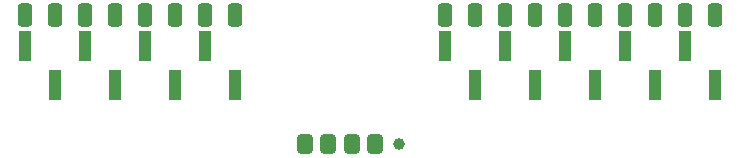
<source format=gbr>
%TF.GenerationSoftware,KiCad,Pcbnew,8.0.6*%
%TF.CreationDate,2024-11-25T21:01:29+01:00*%
%TF.ProjectId,nard_sam,6e617264-5f73-4616-9d2e-6b696361645f,rev?*%
%TF.SameCoordinates,Original*%
%TF.FileFunction,Soldermask,Bot*%
%TF.FilePolarity,Negative*%
%FSLAX46Y46*%
G04 Gerber Fmt 4.6, Leading zero omitted, Abs format (unit mm)*
G04 Created by KiCad (PCBNEW 8.0.6) date 2024-11-25 21:01:29*
%MOMM*%
%LPD*%
G01*
G04 APERTURE LIST*
G04 Aperture macros list*
%AMRoundRect*
0 Rectangle with rounded corners*
0 $1 Rounding radius*
0 $2 $3 $4 $5 $6 $7 $8 $9 X,Y pos of 4 corners*
0 Add a 4 corners polygon primitive as box body*
4,1,4,$2,$3,$4,$5,$6,$7,$8,$9,$2,$3,0*
0 Add four circle primitives for the rounded corners*
1,1,$1+$1,$2,$3*
1,1,$1+$1,$4,$5*
1,1,$1+$1,$6,$7*
1,1,$1+$1,$8,$9*
0 Add four rect primitives between the rounded corners*
20,1,$1+$1,$2,$3,$4,$5,0*
20,1,$1+$1,$4,$5,$6,$7,0*
20,1,$1+$1,$6,$7,$8,$9,0*
20,1,$1+$1,$8,$9,$2,$3,0*%
G04 Aperture macros list end*
%ADD10C,1.000000*%
%ADD11R,1.000000X2.510000*%
%ADD12RoundRect,0.325000X0.325000X0.525000X-0.325000X0.525000X-0.325000X-0.525000X0.325000X-0.525000X0*%
%ADD13RoundRect,0.300000X-0.300000X-0.700000X0.300000X-0.700000X0.300000X0.700000X-0.300000X0.700000X0*%
G04 APERTURE END LIST*
D10*
%TO.C,TP1*%
X105800000Y-78700000D03*
%TD*%
D11*
%TO.C,J3*%
X74110000Y-70345000D03*
X76650000Y-73655000D03*
X79190000Y-70345000D03*
X81730000Y-73655000D03*
X84270000Y-70345000D03*
X86810000Y-73655000D03*
X89350000Y-70345000D03*
X91890000Y-73655000D03*
%TD*%
D12*
%TO.C,J5*%
X97800000Y-78700000D03*
X99800000Y-78700000D03*
X101800000Y-78700000D03*
X103800000Y-78700000D03*
%TD*%
D11*
%TO.C,J4*%
X109670000Y-70345000D03*
X112210000Y-73655000D03*
X114750000Y-70345000D03*
X117290000Y-73655000D03*
X119830000Y-70345000D03*
X122370000Y-73655000D03*
X124910000Y-70345000D03*
X127450000Y-73655000D03*
X129990000Y-70345000D03*
X132530000Y-73655000D03*
%TD*%
D13*
%TO.C,J6*%
X74110000Y-67780000D03*
X76650000Y-67780000D03*
X79190000Y-67780000D03*
X81730000Y-67780000D03*
X84270000Y-67780000D03*
X86810000Y-67780000D03*
X89350000Y-67780000D03*
X91890000Y-67780000D03*
%TD*%
%TO.C,J7*%
X109670000Y-67780000D03*
X112210000Y-67780000D03*
X114750000Y-67780000D03*
X117290000Y-67780000D03*
X119830000Y-67780000D03*
X122370000Y-67780000D03*
X124910000Y-67780000D03*
X127450000Y-67780000D03*
X129990000Y-67780000D03*
X132530000Y-67780000D03*
%TD*%
M02*

</source>
